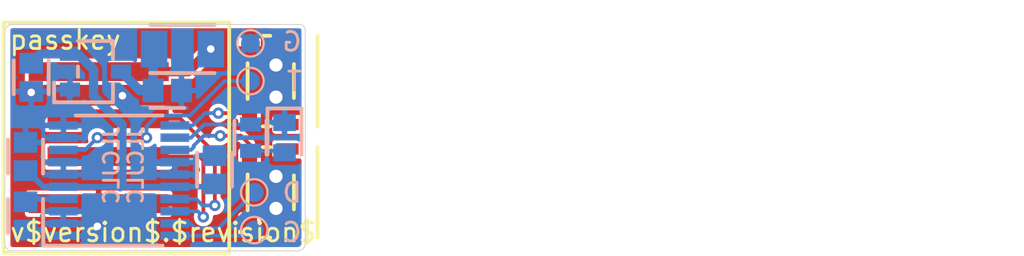
<source format=kicad_pcb>
(kicad_pcb (version 20240108) (generator "pcbnew") (generator_version "8.0")
  (title_block (title "passkey") (date "$date$") (rev "$version$.$revision$") (company "CuVoodoo") (comment 1 "King Kévin") (comment 2 "CERN-OHL-S"))
  (layers (0 "F.Cu" signal) (31 "B.Cu" signal) (36 "B.SilkS" user "B.Silkscreen") (37 "F.SilkS" user "F.Silkscreen") (38 "B.Mask" user) (39 "F.Mask" user) (44 "Edge.Cuts" user))
  (net 0 "")
  (net 1 "+5V")
  (net 2 "GND")
  (net 3 "+3.3V")
  (net 4 "/LED")
  (net 5 "/BT1")
  (net 6 "/BT2")
  (net 7 "/SWDIO")
  (net 8 "/SWCLK")
  (net 9 "/D-")
  (net 10 "/D+")
  (net 11 "Net-(D1-A)")
  (net 12 "Net-(U3-NRST)")
  (net 13 "/TX")
  (net 14 "Net-(J1-VBUS)")
  (footprint "qeda:MECHANICAL_1TS003B" (layer "F.Cu") (at 51.8 30.4 -90)
    (property "Reference" "SW2")
    (property "Value" "SW_Push" (hide yes))
    (fp_line (start -0.95 1.85) (end 0.95 1.85) (stroke (width 0.2)) (layer "F.SilkS"))
    (fp_line (start -2.4 0.65) (end -2.4 1.05) (stroke (width 0.2)) (layer "F.SilkS"))
    (fp_line (start 2.4 0.65) (end 2.4 1.05) (stroke (width 0.2)) (layer "F.SilkS"))
    (fp_line (start -0.9 -0.6) (end 0.9 -0.6) (stroke (width 0.2)) (layer "F.SilkS"))
    (fp_line (start -2.4 -1.85) (end 2.4 -1.85) (stroke (width 0.2)) (layer "F.SilkS"))
    (pad "" thru_hole circle (at -0.85 0.35 270) (size 0.8 0.8) (drill 0.7) (layers "*.Cu" "*.Mask") (net 2 "GND"))
    (pad "" thru_hole circle (at 0.85 0.35 270) (size 0.8 0.8) (drill 0.7) (layers "*.Cu" "*.Mask") (net 2 "GND"))
    (pad "1" smd rect (at -1.7 1.75 270) (size 0.9 0.8) (layers "F.Cu" "F.Paste" "F.Mask") (net 6 "/BT2"))
    (pad "2" smd rect (at 1.7 1.75 270) (size 0.9 0.8) (layers "F.Cu" "F.Paste" "F.Mask") (net 2 "GND"))
    (pad "NC1" smd rect (at -2.3 -0.25 270) (size 0.6 1.2) (layers "F.Cu" "F.Paste" "F.Mask"))
    (pad "NC2" smd rect (at 2.3 -0.25 270) (size 0.6 1.2) (layers "F.Cu" "F.Paste" "F.Mask"))
  )
  (footprint "qeda:MECHANICAL_1TS003B" (layer "F.Cu") (at 51.8 24.5 -90)
    (property "Reference" "SW1")
    (property "Value" "SW_Push" (hide yes))
    (fp_line (start -0.95 1.85) (end 0.95 1.85) (stroke (width 0.2)) (layer "F.SilkS"))
    (fp_line (start -2.4 0.65) (end -2.4 1.05) (stroke (width 0.2)) (layer "F.SilkS"))
    (fp_line (start 2.4 0.65) (end 2.4 1.05) (stroke (width 0.2)) (layer "F.SilkS"))
    (fp_line (start -0.9 -0.6) (end 0.9 -0.6) (stroke (width 0.2)) (layer "F.SilkS"))
    (fp_line (start -2.4 -1.85) (end 2.4 -1.85) (stroke (width 0.2)) (layer "F.SilkS"))
    (pad "" thru_hole circle (at -0.85 0.35 270) (size 0.8 0.8) (drill 0.7) (layers "*.Cu" "*.Mask") (net 2 "GND"))
    (pad "" thru_hole circle (at 0.85 0.35 270) (size 0.8 0.8) (drill 0.7) (layers "*.Cu" "*.Mask") (net 2 "GND"))
    (pad "1" smd rect (at -1.7 1.75 270) (size 0.9 0.8) (layers "F.Cu" "F.Paste" "F.Mask") (net 2 "GND"))
    (pad "2" smd rect (at 1.7 1.75 270) (size 0.9 0.8) (layers "F.Cu" "F.Paste" "F.Mask") (net 5 "/BT1"))
    (pad "NC1" smd rect (at -2.3 -0.25 270) (size 0.6 1.2) (layers "F.Cu" "F.Paste" "F.Mask"))
    (pad "NC2" smd rect (at 2.3 -0.25 270) (size 0.6 1.2) (layers "F.Cu" "F.Paste" "F.Mask"))
  )
  (footprint "qeda:CONNECTOR_USB-A-PLUG" (layer "F.Cu") (at 43 27.5 -90)
    (property "Reference" "J1")
    (property "Value" "USB_A" (hide yes))
    (fp_line (start -6.1 5.975) (end -6.1 -5.975) (stroke (width 0.2)) (layer "F.SilkS"))
    (fp_line (start 6.1 5.975) (end -6.1 5.975) (stroke (width 0.2)) (layer "F.SilkS"))
    (fp_line (start -6.1 -5.975) (end 6.1 -5.975) (stroke (width 0.2)) (layer "F.SilkS"))
    (fp_line (start 6.1 -5.975) (end 6.1 5.975) (stroke (width 0.2)) (layer "F.SilkS"))
    (pad "1" smd rect (at -3.5 0.93 270) (size 1 7.41) (layers "F.Cu" "F.Paste" "F.Mask") (net 14 "Net-(J1-VBUS)"))
    (pad "2" smd rect (at -1 0.43 270) (size 1 6.41) (layers "F.Cu" "F.Paste" "F.Mask") (net 9 "/D-"))
    (pad "3" smd rect (at 1 0.43 270) (size 1 6.41) (layers "F.Cu" "F.Paste" "F.Mask") (net 10 "/D+"))
    (pad "4" smd rect (at 3.5 0.93 270) (size 1 7.41) (layers "F.Cu" "F.Paste" "F.Mask") (net 2 "GND"))
  )
  (footprint "qeda:FUSC3215X117N" (layer "B.Cu") (at 46.5 22.8 90)
    (property "Reference" "F1")
    (property "Value" "50mA" (hide yes))
    (fp_line (start 1.275 -1.7) (end 1.275 1.7) (stroke (width 0.2)) (layer "B.SilkS"))
    (fp_line (start -1.275 -1.7) (end -1.275 1.7) (stroke (width 0.2)) (layer "B.SilkS"))
    (pad "1" smd rect (at 0 1.5 90) (size 1.95 1.4) (layers "B.Cu" "B.Paste" "B.Mask") (net 14 "Net-(J1-VBUS)"))
    (pad "2" smd rect (at 0 -1.5 90) (size 1.95 1.4) (layers "B.Cu" "B.Paste" "B.Mask") (net 1 "+5V"))
  )
  (footprint "qeda:CAPC1608X92N" (layer "B.Cu") (at 38.2 28.5)
    (property "Reference" "C3")
    (property "Value" "100nF" (hide yes))
    (fp_line (start -0.925 0.9) (end -0.925 -0.9) (stroke (width 0.2)) (layer "B.SilkS"))
    (fp_line (start 0.925 0.9) (end 0.925 -0.9) (stroke (width 0.2)) (layer "B.SilkS"))
    (pad "1" smd rect (at 0 0.75) (size 1.25 1.1) (layers "B.Cu" "B.Paste" "B.Mask") (net 3 "+3.3V"))
    (pad "2" smd rect (at 0 -0.75) (size 1.25 1.1) (layers "B.Cu" "B.Paste" "B.Mask") (net 2 "GND"))
  )
  (footprint "qeda:UC1608X55N" (layer "B.Cu") (at 50.1 27.5 180)
    (property "Reference" "R1")
    (property "Value" "1k" (hide yes))
    (fp_line (start 0.85 0.9) (end 0.85 -0.9) (stroke (width 0.2)) (layer "B.SilkS"))
    (fp_line (start -0.85 0.9) (end -0.85 -0.9) (stroke (width 0.2)) (layer "B.SilkS"))
    (pad "1" smd rect (at 0 0.7 180) (size 1.1 0.75) (layers "B.Cu" "B.Paste" "B.Mask") (net 4 "/LED"))
    (pad "2" smd rect (at 0 -0.7 180) (size 1.1 0.75) (layers "B.Cu" "B.Paste" "B.Mask") (net 11 "Net-(D1-A)"))
  )
  (footprint "TestPoint:TestPoint_Pad_D1.0mm" (layer "B.Cu") (at 50.3 32.4 180)
    (property "Reference" "TP3")
    (property "Value" "SWCLK" (hide yes))
    (fp_circle (center 0 0) (end 0 -0.7) (stroke (width 0.12)) (fill none) (layer "B.SilkS"))
    (pad "1" smd circle (at 0 0 180) (size 1 1) (layers "B.Cu" "B.Mask") (net 8 "/SWCLK"))
  )
  (footprint "qeda:SOP65P640X120-20N" (layer "B.Cu") (at 43.15 29.775)
    (property "Reference" "U3")
    (property "Value" "STM32F042F6P" (hide yes))
    (fp_line (start -4.013 2.7) (end -4.013 3.45) (stroke (width 0.2)) (layer "B.SilkS"))
    (fp_line (start -4.013 3.45) (end -2.3 3.45) (stroke (width 0.2)) (layer "B.SilkS"))
    (fp_line (start -2.3 -3.45) (end 2.3 -3.45) (stroke (width 0.2)) (layer "B.SilkS"))
    (fp_line (start 2.3 3.45) (end -2.3 3.45) (stroke (width 0.2)) (layer "B.SilkS"))
    (pad "1" smd rect (at -2.95 2.925) (size 1.525 0.45) (layers "B.Cu" "B.Paste" "B.Mask") (net 2 "GND"))
    (pad "2" smd rect (at -2.95 2.275) (size 1.525 0.45) (layers "B.Cu" "B.Paste" "B.Mask") (net 2 "GND"))
    (pad "3" smd rect (at -2.95 1.625) (size 1.525 0.45) (layers "B.Cu" "B.Paste" "B.Mask") (net 2 "GND"))
    (pad "4" smd rect (at -2.95 0.975) (size 1.525 0.45) (layers "B.Cu" "B.Paste" "B.Mask") (net 12 "Net-(U3-NRST)"))
    (pad "5" smd rect (at -2.95 0.325) (size 1.525 0.45) (layers "B.Cu" "B.Paste" "B.Mask") (net 3 "+3.3V"))
    (pad "6" smd rect (at -2.95 -0.325) (size 1.525 0.45) (layers "B.Cu" "B.Paste" "B.Mask") (net 2 "GND"))
    (pad "7" smd rect (at -2.95 -0.975) (size 1.525 0.45) (layers "B.Cu" "B.Paste" "B.Mask") (net 2 "GND"))
    (pad "8" smd rect (at -2.95 -1.625) (size 1.525 0.45) (layers "B.Cu" "B.Paste" "B.Mask") (net 13 "/TX"))
    (pad "9" smd rect (at -2.95 -2.275) (size 1.525 0.45) (layers "B.Cu" "B.Paste" "B.Mask") (net 2 "GND"))
    (pad "10" smd rect (at -2.95 -2.925) (size 1.525 0.45) (layers "B.Cu" "B.Paste" "B.Mask") (net 2 "GND"))
    (pad "11" smd rect (at 2.95 -2.925) (size 1.525 0.45) (layers "B.Cu" "B.Paste" "B.Mask") (net 5 "/BT1"))
    (pad "12" smd rect (at 2.95 -2.275) (size 1.525 0.45) (layers "B.Cu" "B.Paste" "B.Mask") (net 4 "/LED"))
    (pad "13" smd rect (at 2.95 -1.625) (size 1.525 0.45) (layers "B.Cu" "B.Paste" "B.Mask") (net 6 "/BT2"))
    (pad "14" smd rect (at 2.95 -0.975) (size 1.525 0.45) (layers "B.Cu" "B.Paste" "B.Mask") (net 2 "GND"))
    (pad "15" smd rect (at 2.95 -0.325) (size 1.525 0.45) (layers "B.Cu" "B.Paste" "B.Mask") (net 2 "GND"))
    (pad "16" smd rect (at 2.95 0.325) (size 1.525 0.45) (layers "B.Cu" "B.Paste" "B.Mask") (net 3 "+3.3V"))
    (pad "17" smd rect (at 2.95 0.975) (size 1.525 0.45) (layers "B.Cu" "B.Paste" "B.Mask") (net 9 "/D-"))
    (pad "18" smd rect (at 2.95 1.625) (size 1.525 0.45) (layers "B.Cu" "B.Paste" "B.Mask") (net 10 "/D+"))
    (pad "19" smd rect (at 2.95 2.275) (size 1.525 0.45) (layers "B.Cu" "B.Paste" "B.Mask") (net 7 "/SWDIO"))
    (pad "20" smd rect (at 2.95 2.925) (size 1.525 0.45) (layers "B.Cu" "B.Paste" "B.Mask") (net 8 "/SWCLK"))
  )
  (footprint "qeda:CAPC1608X92N" (layer "B.Cu") (at 45.7 25 -90)
    (property "Reference" "C1")
    (property "Value" "1uF" (hide yes))
    (fp_line (start -0.925 0.9) (end -0.925 -0.9) (stroke (width 0.2)) (layer "B.SilkS"))
    (fp_line (start 0.925 0.9) (end 0.925 -0.9) (stroke (width 0.2)) (layer "B.SilkS"))
    (pad "1" smd rect (at 0 0.75 270) (size 1.25 1.1) (layers "B.Cu" "B.Paste" "B.Mask") (net 1 "+5V"))
    (pad "2" smd rect (at 0 -0.75 270) (size 1.25 1.1) (layers "B.Cu" "B.Paste" "B.Mask") (net 2 "GND"))
  )
  (footprint "TestPoint:TestPoint_Pad_D1.0mm" (layer "B.Cu") (at 50.3 30.4 180)
    (property "Reference" "TP2")
    (property "Value" "SWDIO" (hide yes))
    (fp_circle (center 0 0) (end 0 -0.7) (stroke (width 0.12)) (fill none) (layer "B.SilkS"))
    (pad "1" smd circle (at 0 0 180) (size 1 1) (layers "B.Cu" "B.Mask") (net 7 "/SWDIO"))
  )
  (footprint "qeda:UPC1608X90N" (layer "B.Cu") (at 51.9 27.5 180)
    (property "Reference" "D1")
    (property "Value" "RED" (hide yes))
    (fp_line (start 0.9 1.55) (end 0.9 0.9) (stroke (width 0.2)) (layer "B.SilkS"))
    (fp_line (start 0.9 0.9) (end 0.9 -0.9) (stroke (width 0.2)) (layer "B.SilkS"))
    (fp_line (start -0.9 1.55) (end 0.9 1.55) (stroke (width 0.2)) (layer "B.SilkS"))
    (fp_line (start -0.9 0.9) (end -0.9 1.55) (stroke (width 0.2)) (layer "B.SilkS"))
    (fp_line (start -0.9 0.9) (end -0.9 -0.9) (stroke (width 0.2)) (layer "B.SilkS"))
    (pad "1" smd rect (at 0 0.8 180) (size 1.2 0.9) (layers "B.Cu" "B.Paste" "B.Mask") (net 2 "GND"))
    (pad "2" smd rect (at 0 -0.8 180) (size 1.2 0.9) (layers "B.Cu" "B.Paste" "B.Mask") (net 11 "Net-(D1-A)"))
  )
  (footprint "qeda:CAPC1608X92N" (layer "B.Cu") (at 38.2 31.65 180)
    (property "Reference" "C5")
    (property "Value" "100nF" (hide yes))
    (fp_line (start 0.925 0.9) (end 0.925 -0.9) (stroke (width 0.2)) (layer "B.SilkS"))
    (fp_line (start -0.925 0.9) (end -0.925 -0.9) (stroke (width 0.2)) (layer "B.SilkS"))
    (pad "1" smd rect (at 0 0.75 180) (size 1.25 1.1) (layers "B.Cu" "B.Paste" "B.Mask") (net 12 "Net-(U3-NRST)"))
    (pad "2" smd rect (at 0 -0.75 180) (size 1.25 1.1) (layers "B.Cu" "B.Paste" "B.Mask") (net 2 "GND"))
  )
  (footprint "qeda:SOT95P280X130-3N" (layer "B.Cu") (at 41.9 24)
    (property "Reference" "U1")
    (property "Value" "XC6206P332" (hide yes))
    (fp_line (start -2.188 1.625) (end -2.188 0.575) (stroke (width 0.2)) (layer "B.SilkS"))
    (fp_line (start -0.925 0.275) (end -0.925 -0.275) (stroke (width 0.2)) (layer "B.SilkS"))
    (fp_line (start -0.925 1.625) (end -2.188 1.625) (stroke (width 0.2)) (layer "B.SilkS"))
    (fp_line (start -0.925 1.625) (end 0.925 1.625) (stroke (width 0.2)) (layer "B.SilkS"))
    (fp_line (start 0.925 -1.625) (end -0.925 -1.625) (stroke (width 0.2)) (layer "B.SilkS"))
    (fp_line (start 0.925 -0.675) (end 0.925 -1.625) (stroke (width 0.2)) (layer "B.SilkS"))
    (fp_line (start 0.925 1.625) (end 0.925 0.675) (stroke (width 0.2)) (layer "B.SilkS"))
    (pad "1" smd rect (at -1.35 0.95) (size 1.075 0.75) (layers "B.Cu" "B.Paste" "B.Mask") (net 2 "GND"))
    (pad "2" smd rect (at -1.35 -0.95) (size 1.075 0.75) (layers "B.Cu" "B.Paste" "B.Mask") (net 3 "+3.3V"))
    (pad "3" smd rect (at 1.35 0) (size 1.075 0.75) (layers "B.Cu" "B.Paste" "B.Mask") (net 1 "+5V"))
  )
  (footprint "qeda:CAPC1608X92N" (layer "B.Cu") (at 48.2 29.2)
    (property "Reference" "C4")
    (property "Value" "100nF" (hide yes))
    (fp_line (start -0.925 0.9) (end -0.925 -0.9) (stroke (width 0.2)) (layer "B.SilkS"))
    (fp_line (start 0.925 0.9) (end 0.925 -0.9) (stroke (width 0.2)) (layer "B.SilkS"))
    (pad "1" smd rect (at 0 0.75) (size 1.25 1.1) (layers "B.Cu" "B.Paste" "B.Mask") (net 3 "+3.3V"))
    (pad "2" smd rect (at 0 -0.75) (size 1.25 1.1) (layers "B.Cu" "B.Paste" "B.Mask") (net 2 "GND"))
  )
  (footprint "qeda:CAPC1608X92N" (layer "B.Cu") (at 38.5 24.3 180)
    (property "Reference" "C2")
    (property "Value" "1uF" (hide yes))
    (fp_line (start 0.925 0.9) (end 0.925 -0.9) (stroke (width 0.2)) (layer "B.SilkS"))
    (fp_line (start -0.925 0.9) (end -0.925 -0.9) (stroke (width 0.2)) (layer "B.SilkS"))
    (pad "1" smd rect (at 0 0.75 180) (size 1.25 1.1) (layers "B.Cu" "B.Paste" "B.Mask") (net 3 "+3.3V"))
    (pad "2" smd rect (at 0 -0.75 180) (size 1.25 1.1) (layers "B.Cu" "B.Paste" "B.Mask") (net 2 "GND"))
  )
  (footprint "TestPoint:TestPoint_Pad_D1.0mm" (layer "B.Cu") (at 50.1 24.5 180)
    (property "Reference" "TP1")
    (property "Value" "TX" (hide yes))
    (fp_circle (center 0 0) (end 0 -0.7) (stroke (width 0.12)) (fill none) (layer "B.SilkS"))
    (pad "1" smd circle (at 0 0 180) (size 1 1) (layers "B.Cu" "B.Mask") (net 13 "/TX"))
  )
  (footprint "TestPoint:TestPoint_Pad_D1.0mm" (layer "B.Cu") (at 50.1 22.5 180)
    (property "Reference" "TP4")
    (property "Value" "GND" (hide yes))
    (fp_circle (center 0 0) (end 0 -0.7) (stroke (width 0.12)) (fill none) (layer "B.SilkS"))
    (pad "1" smd circle (at 0 0 180) (size 1 1) (layers "B.Cu" "B.Mask") (net 2 "GND"))
  )
  (gr_arc (start 52.7 21.5) (mid 52.912132 21.587868) (end 53 21.8) (stroke (width 0.05)) (layer "Edge.Cuts"))
  (gr_line (start 37.1 33.1) (end 37.1 21.9) (stroke (width 0.05)) (layer "Edge.Cuts"))
  (gr_line (start 52.6 33.5) (end 37.5 33.5) (stroke (width 0.05)) (layer "Edge.Cuts"))
  (gr_line (start 37.5 21.5) (end 52.7 21.5) (stroke (width 0.05)) (layer "Edge.Cuts"))
  (gr_arc (start 37.1 21.9) (mid 37.217157 21.617157) (end 37.5 21.5) (stroke (width 0.05)) (layer "Edge.Cuts"))
  (gr_arc (start 37.5 33.5) (mid 37.217157 33.382843) (end 37.1 33.1) (stroke (width 0.05)) (layer "Edge.Cuts"))
  (gr_arc (start 53 33.1) (mid 52.882843 33.382843) (end 52.6 33.5) (stroke (width 0.05)) (layer "Edge.Cuts"))
  (gr_line (start 53 33.1) (end 53 21.8) (stroke (width 0.05)) (layer "Edge.Cuts"))
  (gr_text "C" (at 52.9 33.1 0) (layer "B.SilkS") (effects (font (size 1 1)) (justify left bottom mirror)))
  (gr_text "T" (at 52.9 25.1 0) (layer "B.SilkS") (effects (font (size 1 1)) (justify left bottom mirror)))
  (gr_text "D" (at 52.9 31 0) (layer "B.SilkS") (effects (font (size 1 1)) (justify left bottom mirror)))
  (gr_text "JLCJLC\nJLCJLC" (at 44.5 26.8 90) (layer "B.SilkS") (effects (font (size 0.8 0.8)) (justify left bottom mirror)))
  (gr_text "G" (at 52.9 23 0) (layer "B.SilkS") (effects (font (size 1 1)) (justify left bottom mirror)))
  (gr_text "v$version$.$revision$" (at 37.3 33.1 0) (layer "F.SilkS") (effects (font (size 1 1)) (justify left bottom)))
  (gr_text "passkey" (at 40.3 22.9 0) (layer "F.SilkS") (effects (font (size 1 1)) (justify bottom)))
  (segment (start 44.95 25) (end 44.95 24) (width 0.5) (layer "B.Cu") (net 1))
  (segment (start 44.95 25) (end 44.25 25) (width 0.5) (layer "B.Cu") (net 1))
  (segment (start 44.25 25) (end 43.25 24) (width 0.5) (layer "B.Cu") (net 1))
  (segment (start 44.95 24) (end 44.95 22.85) (width 0.5) (layer "B.Cu") (net 1))
  (segment (start 44.95 22.85) (end 45 22.8) (width 0.5) (layer "B.Cu") (net 1))
  (via (at 42 32.2) (size 0.8) (drill 0.4) (layers "F.Cu" "B.Cu") (net 2))
  (via (at 43.323959 25.276041) (size 0.8) (drill 0.4) (layers "F.Cu" "B.Cu") (net 2))
  (via (at 38.5 25.100002) (size 0.8) (drill 0.4) (layers "F.Cu" "B.Cu") (net 2))
  (segment (start 43.2 30.1) (end 40.2 30.1) (width 0.3) (layer "B.Cu") (net 3))
  (segment (start 43.3 30) (end 43.3 26.8) (width 0.5) (layer "B.Cu") (net 3))
  (segment (start 43.2 30.1) (end 43.3 30) (width 0.5) (layer "B.Cu") (net 3))
  (segment (start 41.8 23.9) (end 40.95 23.05) (width 0.5) (layer "B.Cu") (net 3))
  (segment (start 39 23.05) (end 38.5 23.55) (width 0.5) (layer "B.Cu") (net 3))
  (segment (start 48.05 30.1) (end 48.2 29.95) (width 0.3) (layer "B.Cu") (net 3))
  (segment (start 46.1 30.1) (end 48.05 30.1) (width 0.3) (layer "B.Cu") (net 3))
  (segment (start 40.95 23.05) (end 40.55 23.05) (width 0.5) (layer "B.Cu") (net 3))
  (segment (start 40.55 23.05) (end 39 23.05) (width 0.5) (layer "B.Cu") (net 3))
  (segment (start 39.1375 30.1) (end 38.2875 29.25) (width 0.3) (layer "B.Cu") (net 3))
  (segment (start 40.2 30.1) (end 39.1375 30.1) (width 0.3) (layer "B.Cu") (net 3))
  (segment (start 41.8 25.3) (end 41.8 23.9) (width 0.5) (layer "B.Cu") (net 3))
  (segment (start 43.3 26.8) (end 41.8 25.3) (width 0.5) (layer "B.Cu") (net 3))
  (segment (start 38.2875 29.25) (end 38.2 29.25) (width 0.3) (layer "B.Cu") (net 3))
  (segment (start 43.2 30.1) (end 46.1 30.1) (width 0.3) (layer "B.Cu") (net 3))
  (segment (start 47.656514 26.8) (end 50.1 26.8) (width 0.2) (layer "B.Cu") (net 4))
  (segment (start 46.1 27.5) (end 46.956514 27.5) (width 0.2) (layer "B.Cu") (net 4))
  (segment (start 46.956514 27.5) (end 47.656514 26.8) (width 0.2) (layer "B.Cu") (net 4))
  (segment (start 48.4 26.2) (end 50.05 26.2) (width 0.2) (layer "F.Cu") (net 5))
  (via (at 48.4 26.2) (size 0.6) (drill 0.3) (layers "F.Cu" "B.Cu") (net 5))
  (segment (start 47.690828 26.2) (end 47.040828 26.85) (width 0.2) (layer "B.Cu") (net 5))
  (segment (start 48.4 26.2) (end 47.690828 26.2) (width 0.2) (layer "B.Cu") (net 5))
  (segment (start 47.040828 26.85) (end 46.1 26.85) (width 0.2) (layer "B.Cu") (net 5))
  (segment (start 49.6 27.4) (end 50.05 27.85) (width 0.2) (layer "F.Cu") (net 6))
  (segment (start 50.05 27.85) (end 50.05 28.7) (width 0.2) (layer "F.Cu") (net 6))
  (segment (start 48.5 27.4) (end 49.6 27.4) (width 0.2) (layer "F.Cu") (net 6))
  (via (at 48.5 27.4) (size 0.6) (drill 0.3) (layers "F.Cu" "B.Cu") (net 6))
  (segment (start 48.5 27.4) (end 47.6222 27.4) (width 0.2) (layer "B.Cu") (net 6))
  (segment (start 47.6222 27.4) (end 47.1 27.9222) (width 0.2) (layer "B.Cu") (net 6))
  (segment (start 47.1 28) (end 46.95 28.15) (width 0.2) (layer "B.Cu") (net 6))
  (segment (start 46.95 28.15) (end 46.1 28.15) (width 0.2) (layer "B.Cu") (net 6))
  (segment (start 47.1 27.9222) (end 47.1 28) (width 0.2) (layer "B.Cu") (net 6))
  (segment (start 46.9125 32.05) (end 47.1625 32.3) (width 0.2) (layer "B.Cu") (net 7))
  (segment (start 47.1625 32.3) (end 48.4 32.3) (width 0.2) (layer "B.Cu") (net 7))
  (segment (start 46.1 32.05) (end 46.9125 32.05) (width 0.2) (layer "B.Cu") (net 7))
  (segment (start 48.4 32.3) (end 50.3 30.4) (width 0.2) (layer "B.Cu") (net 7))
  (segment (start 46.1 32.7) (end 50 32.7) (width 0.2) (layer "B.Cu") (net 8))
  (segment (start 50 32.7) (end 50.3 32.4) (width 0.2) (layer "B.Cu") (net 8))
  (segment (start 48.215544 31.092228) (end 48.215544 28.315544) (width 0.2) (layer "F.Cu") (net 9))
  (segment (start 46.4 26.5) (end 42.57 26.5) (width 0.2) (layer "F.Cu") (net 9))
  (segment (start 48.215544 28.315544) (end 46.4 26.5) (width 0.2) (layer "F.Cu") (net 9))
  (via (at 48.215544 31.092228) (size 0.6) (drill 0.3) (layers "F.Cu" "B.Cu") (net 9))
  (segment (start 46.1 30.75) (end 47.223448 30.75) (width 0.2) (layer "B.Cu") (net 9))
  (segment (start 47.223448 30.75) (end 47.565676 31.092228) (width 0.2) (layer "B.Cu") (net 9))
  (segment (start 47.565676 31.092228) (end 48.215544 31.092228) (width 0.2) (layer "B.Cu") (net 9))
  (segment (start 47.4 28.5) (end 42.57 28.5) (width 0.2) (layer "F.Cu") (net 10))
  (segment (start 47.607762 28.707762) (end 47.4 28.5) (width 0.2) (layer "F.Cu") (net 10))
  (segment (start 47.607762 31.7) (end 47.607762 28.707762) (width 0.2) (layer "F.Cu") (net 10))
  (via (at 47.607762 31.7) (size 0.6) (drill 0.3) (layers "F.Cu" "B.Cu") (net 10))
  (segment (start 47.307762 31.4) (end 47.607762 31.7) (width 0.2) (layer "B.Cu") (net 10))
  (segment (start 46.1 31.4) (end 47.307762 31.4) (width 0.2) (layer "B.Cu") (net 10))
  (segment (start 51.8 28.2) (end 51.9 28.3) (width 0.2) (layer "B.Cu") (net 11))
  (segment (start 50.1 28.2) (end 51.8 28.2) (width 0.2) (layer "B.Cu") (net 11))
  (segment (start 40.2 30.75) (end 38.35 30.75) (width 0.3) (layer "B.Cu") (net 12))
  (segment (start 38.35 30.75) (end 38.2 30.9) (width 0.3) (layer "B.Cu") (net 12))
  (segment (start 42.000002 27.5) (end 44.6 27.5) (width 0.2) (layer "F.Cu") (net 13))
  (segment (start 42 27.499998) (end 42.000002 27.5) (width 0.2) (layer "F.Cu") (net 13))
  (via (at 42 27.499998) (size 0.6) (drill 0.3) (layers "F.Cu" "B.Cu") (net 13))
  (via (at 44.6 27.5) (size 0.6) (drill 0.3) (layers "F.Cu" "B.Cu") (net 13))
  (segment (start 48.725 24.5) (end 46.9 26.325) (width 0.2) (layer "B.Cu") (net 13))
  (segment (start 50.1 24.5) (end 48.725 24.5) (width 0.2) (layer "B.Cu") (net 13))
  (segment (start 42 27.499998) (end 41.349998 28.15) (width 0.2) (layer "B.Cu") (net 13))
  (segment (start 46.9 26.325) (end 45.175 26.325) (width 0.2) (layer "B.Cu") (net 13))
  (segment (start 44.6 26.9) (end 44.6 27.5) (width 0.2) (layer "B.Cu") (net 13))
  (segment (start 45.175 26.325) (end 44.6 26.9) (width 0.2) (layer "B.Cu") (net 13))
  (segment (start 41.349998 28.15) (end 40.2 28.15) (width 0.2) (layer "B.Cu") (net 13))
  (segment (start 46.8 24) (end 48 22.8) (width 0.5) (layer "F.Cu") (net 14))
  (segment (start 42.07 24) (end 46.8 24) (width 0.5) (layer "F.Cu") (net 14))
  (via (at 48 22.8) (size 0.8) (drill 0.4) (layers "F.Cu" "B.Cu") (net 14))
  (zone (net 2) (net_name "GND") (layers "F&B.Cu") (connect_pads (clearance 0.2)) (min_thickness 0.2) (fill yes (thermal_gap 0.2) (thermal_bridge_width 0.3))
    (polygon (pts (xy 37.4 21.7) (xy 52.9 21.7) (xy 52.9 33.3) (xy 37.4 33.3)))
  )
)
</source>
